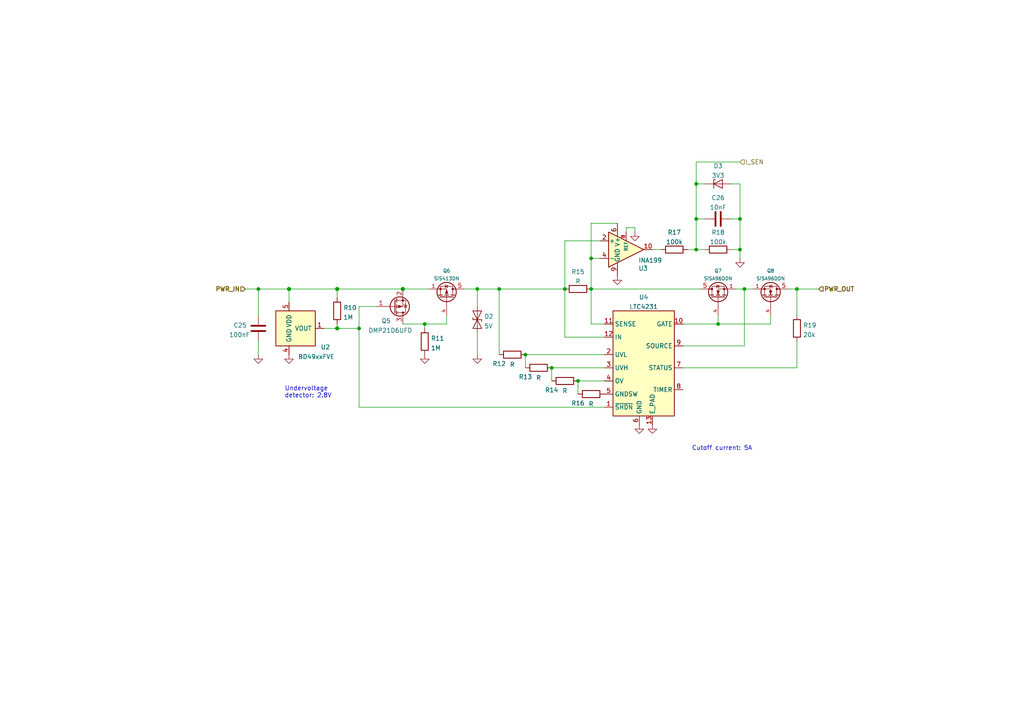
<source format=kicad_sch>
(kicad_sch (version 20210621) (generator eeschema)
  (paper "A4")
  (title_block (title "BUTCube - EPS") (date "2021-06-01") (rev "v1.0") (company "VUT - FIT(STRaDe) & FME(IAE & IPE)") (comment 1 "Author: Petr Malaník"))
  (lib_symbols
    (symbol "Device:C" (pin_numbers hide) (pin_names (offset 0.254))
      (property "Reference" "C" (at 0.635 2.54 0))
      (property "Value" "C" (at 0.635 -2.54 0))
      (symbol "C_0_1"
        (polyline (pts (xy -2.032 -0.762) (xy 2.032 -0.762)) (stroke (width 0.508)))
        (polyline (pts (xy -2.032 0.762) (xy 2.032 0.762)) (stroke (width 0.508)))
      )
      (symbol "C_1_1"
        (pin passive line (at 0 3.81 270) (length 2.794) (name "~") (number "1"))
        (pin passive line (at 0 -3.81 90) (length 2.794) (name "~") (number "2"))
      )
    )
    (symbol "Device:D_TVS" (pin_numbers hide) (pin_names (offset 1.016) hide)
      (property "Reference" "D" (at 0 2.54 0))
      (property "Value" "D_TVS" (at 0 -2.54 0))
      (symbol "D_TVS_0_1"
        (polyline (pts (xy 1.27 0) (xy -1.27 0)))
        (polyline (pts (xy -2.54 -1.27) (xy 0 0) (xy -2.54 1.27) (xy -2.54 -1.27)) (stroke (width 0.2032)))
        (polyline (pts (xy 0.508 1.27) (xy 0 1.27) (xy 0 -1.27) (xy -0.508 -1.27)) (stroke (width 0.2032)))
        (polyline (pts (xy 2.54 1.27) (xy 2.54 -1.27) (xy 0 0) (xy 2.54 1.27)) (stroke (width 0.2032)))
      )
      (symbol "D_TVS_1_1"
        (pin passive line (at -3.81 0 0) (length 2.54) (name "A1") (number "1"))
        (pin passive line (at 3.81 0 180) (length 2.54) (name "A2") (number "2"))
      )
    )
    (symbol "Device:D_Zener" (pin_numbers hide) (pin_names (offset 1.016) hide)
      (property "Reference" "D" (at 0 2.54 0))
      (property "Value" "D_Zener" (at 0 -2.54 0))
      (symbol "D_Zener_0_1"
        (polyline (pts (xy 1.27 0) (xy -1.27 0)))
        (polyline (pts (xy -1.27 -1.27) (xy -1.27 1.27) (xy -0.762 1.27)) (stroke (width 0.2032)))
        (polyline (pts (xy 1.27 -1.27) (xy 1.27 1.27) (xy -1.27 0) (xy 1.27 -1.27)) (stroke (width 0.2032)))
      )
      (symbol "D_Zener_1_1"
        (pin passive line (at -3.81 0 0) (length 2.54) (name "K") (number "1"))
        (pin passive line (at 3.81 0 180) (length 2.54) (name "A") (number "2"))
      )
    )
    (symbol "Device:R" (pin_numbers hide) (pin_names (offset 0))
      (property "Reference" "R" (at 2.032 0 90))
      (property "Value" "R" (at 0 0 90))
      (symbol "R_0_1"
        (rectangle (start -1.016 -2.54) (end 1.016 2.54) (stroke (width 0.254)))
      )
      (symbol "R_1_1"
        (pin passive line (at 0 3.81 270) (length 1.27) (name "~") (number "1"))
        (pin passive line (at 0 -3.81 90) (length 1.27) (name "~") (number "2"))
      )
    )
    (symbol "Power_Management:BD49xxFVE" (pin_names (offset 1.016))
      (property "Reference" "U" (at -3.81 6.35 0))
      (property "Value" "BD49xxFVE" (at -5.08 0 90))
      (symbol "BD49xxFVE_1_1"
        (rectangle (start -3.81 5.08) (end 7.62 -5.08) (stroke (width 0.254)) (fill (type background)))
        (pin output line (at 10.16 0 180) (length 2.54) (name "VOUT") (number "1"))
        (pin passive line (at 0 -7.62 90) (length 2.54) hide (name "GND") (number "2"))
        (pin power_in line (at 0 -7.62 90) (length 2.54) (name "GND") (number "4"))
        (pin power_in line (at 0 7.62 270) (length 2.54) (name "VDD") (number "5"))
      )
    )
    (symbol "TCY_power_management:INA199" (pin_names (offset 0.127))
      (property "Reference" "U" (at 3.81 3.81 0))
      (property "Value" "INA199" (at 3.81 -3.81 0))
      (symbol "INA199_0_1"
        (polyline (pts (xy 5.08 0) (xy -5.08 5.08) (xy -5.08 -5.08) (xy 5.08 0)) (stroke (width 0.254)) (fill (type background)))
      )
      (symbol "INA199_1_1"
        (pin output line (at 7.62 0 180) (length 2.54) (name "~") (number "10"))
        (pin input line (at -7.62 2.54 0) (length 2.54) (name "+") (number "2"))
        (pin input line (at -7.62 2.54 0) (length 2.54) hide (name "+") (number "3"))
        (pin input line (at -7.62 -2.54 0) (length 2.54) (name "-") (number "4"))
        (pin input line (at -7.62 -2.54 0) (length 2.54) hide (name "-") (number "5"))
        (pin power_in line (at -2.54 7.62 270) (length 3.81) (name "V+") (number "6"))
        (pin input line (at 0 5.08 270) (length 2.54) (name "REF") (number "8"))
        (pin power_in line (at -2.54 -7.62 90) (length 3.81) (name "GND") (number "9"))
      )
    )
    (symbol "TCY_power_management:LTC4231"
      (property "Reference" "U" (at 0 11.43 0))
      (property "Value" "LTC4231" (at 0 -5.08 0))
      (symbol "LTC4231_0_1"
        (rectangle (start -8.89 15.24) (end 8.89 -15.24) (stroke (width 0.254)) (fill (type background)))
      )
      (symbol "LTC4231_1_1"
        (pin input line (at -11.43 -12.7 0) (length 2.54) (name "~{SHDN}") (number "1"))
        (pin output line (at 11.43 11.43 180) (length 2.54) (name "GATE") (number "10"))
        (pin input line (at -11.43 11.43 0) (length 2.54) (name "SENSE") (number "11"))
        (pin power_in line (at -11.43 7.62 0) (length 2.54) (name "IN") (number "12"))
        (pin passive line (at 2.54 -17.78 90) (length 2.54) (name "E_PAD") (number "13"))
        (pin input line (at -11.43 2.54 0) (length 2.54) (name "UVL") (number "2"))
        (pin input line (at -11.43 -1.27 0) (length 2.54) (name "UVH") (number "3"))
        (pin input line (at -11.43 -5.08 0) (length 2.54) (name "OV") (number "4"))
        (pin passive line (at -11.43 -8.89 0) (length 2.54) (name "GNDSW") (number "5"))
        (pin passive line (at -1.27 -17.78 90) (length 2.54) (name "GND") (number "6"))
        (pin output line (at 11.43 -1.27 180) (length 2.54) (name "STATUS") (number "7"))
        (pin passive line (at 11.43 -7.62 180) (length 2.54) (name "TIMER") (number "8"))
        (pin input line (at 11.43 5.08 180) (length 2.54) (name "SOURCE") (number "9"))
      )
    )
    (symbol "TCY_transistors:DMP21D6UFD" (pin_names (offset 0) hide)
      (property "Reference" "Q" (at 5.08 1.27 0))
      (property "Value" "DMP21D6UFD" (at -2.54 -15.24 0))
      (symbol "DMP21D6UFD_0_1"
        (circle (center 1.651 0) (radius 2.794) (stroke (width 0.254)))
        (circle (center 2.54 -1.778) (radius 0.254) (fill (type outline)))
        (circle (center 2.54 1.778) (radius 0.254) (fill (type outline)))
        (polyline (pts (xy 0.254 0) (xy -2.54 0)))
        (polyline (pts (xy 0.254 1.905) (xy 0.254 -1.905)) (stroke (width 0.254)))
        (polyline (pts (xy 0.762 -1.27) (xy 0.762 -2.286)) (stroke (width 0.254)))
        (polyline (pts (xy 0.762 0.508) (xy 0.762 -0.508)) (stroke (width 0.254)))
        (polyline (pts (xy 0.762 2.286) (xy 0.762 1.27)) (stroke (width 0.254)))
        (polyline (pts (xy 2.54 2.54) (xy 2.54 1.778)))
        (polyline (pts (xy 2.54 -2.54) (xy 2.54 0) (xy 0.762 0)))
        (polyline (pts (xy 0.762 1.778) (xy 3.302 1.778) (xy 3.302 -1.778) (xy 0.762 -1.778)))
        (polyline (pts (xy 2.794 -0.508) (xy 2.921 -0.381) (xy 3.683 -0.381) (xy 3.81 -0.254)))
        (polyline (pts (xy 3.302 -0.381) (xy 2.921 0.254) (xy 3.683 0.254) (xy 3.302 -0.381)))
        (polyline (pts (xy 2.286 0) (xy 1.27 0.381) (xy 1.27 -0.381) (xy 2.286 0)) (fill (type outline)))
      )
      (symbol "DMP21D6UFD_1_1"
        (pin input line (at -5.08 0 0) (length 2.54) (name "G") (number "1"))
        (pin passive line (at 2.54 -5.08 90) (length 2.54) (name "S") (number "2"))
        (pin passive line (at 2.54 5.08 270) (length 2.54) (name "D") (number "3"))
      )
    )
    (symbol "TCY_transistors:SiS413DN" (pin_names hide)
      (property "Reference" "Q" (at 8.89 2.54 0))
      (property "Value" "SiS413DN" (at 8.89 0 0))
      (symbol "SiS413DN_0_1"
        (circle (center -0.889 0) (radius 2.794) (stroke (width 0.254)))
        (circle (center 0 -1.778) (radius 0.254) (fill (type outline)))
        (circle (center 0 1.778) (radius 0.254) (fill (type outline)))
        (polyline (pts (xy -2.286 0) (xy -5.08 0)))
        (polyline (pts (xy -2.286 1.905) (xy -2.286 -1.905)) (stroke (width 0.254)))
        (polyline (pts (xy -1.778 -1.27) (xy -1.778 -2.286)) (stroke (width 0.254)))
        (polyline (pts (xy -1.778 0.508) (xy -1.778 -0.508)) (stroke (width 0.254)))
        (polyline (pts (xy -1.778 2.286) (xy -1.778 1.27)) (stroke (width 0.254)))
        (polyline (pts (xy 0 2.54) (xy 0 1.778)))
        (polyline (pts (xy 0 -2.54) (xy 0 0) (xy -1.778 0)))
        (polyline (pts (xy -1.778 1.778) (xy 0.762 1.778) (xy 0.762 -1.778) (xy -1.778 -1.778)))
        (polyline (pts (xy 0.254 -0.508) (xy 0.381 -0.381) (xy 1.143 -0.381) (xy 1.27 -0.254)))
        (polyline (pts (xy 0.762 -0.381) (xy 0.381 0.254) (xy 1.143 0.254) (xy 0.762 -0.381)))
        (polyline (pts (xy -0.254 0) (xy -1.27 0.381) (xy -1.27 -0.381) (xy -0.254 0)) (fill (type outline)))
      )
      (symbol "SiS413DN_1_1"
        (pin passive line (at 0 -5.08 90) (length 2.54) (name "S") (number "1"))
        (pin passive line (at 0 -5.08 90) (length 2.54) hide (name "S") (number "2"))
        (pin passive line (at 0 -5.08 90) (length 2.54) hide (name "S") (number "3"))
        (pin passive line (at -7.62 0 0) (length 2.54) (name "G") (number "4"))
        (pin passive line (at 0 5.08 270) (length 2.54) (name "D") (number "5"))
        (pin passive line (at 0 5.08 270) (length 2.54) hide (name "D") (number "6"))
        (pin passive line (at 0 5.08 270) (length 2.54) hide (name "D") (number "7"))
        (pin passive line (at 0 5.08 270) (length 2.54) hide (name "D") (number "8"))
        (pin passive line (at 0 5.08 270) (length 2.54) hide (name "D") (number "9"))
      )
    )
    (symbol "TCY_transistors:SiSA96DDN" (pin_names hide)
      (property "Reference" "Q" (at 7.62 1.27 0))
      (property "Value" "SiSA96DDN" (at 7.62 -1.27 0))
      (symbol "SiSA96DDN_0_1"
        (circle (center 1.651 0) (radius 2.794) (stroke (width 0.254)))
        (circle (center 2.54 -1.778) (radius 0.254) (fill (type outline)))
        (circle (center 2.54 1.778) (radius 0.254) (fill (type outline)))
        (polyline (pts (xy 0.254 0) (xy -2.54 0)))
        (polyline (pts (xy 0.254 1.905) (xy 0.254 -1.905)) (stroke (width 0.254)))
        (polyline (pts (xy 0.762 -1.27) (xy 0.762 -2.286)) (stroke (width 0.254)))
        (polyline (pts (xy 0.762 0.508) (xy 0.762 -0.508)) (stroke (width 0.254)))
        (polyline (pts (xy 0.762 2.286) (xy 0.762 1.27)) (stroke (width 0.254)))
        (polyline (pts (xy 2.54 2.54) (xy 2.54 1.778)))
        (polyline (pts (xy 2.54 2.54) (xy 2.54 1.778)))
        (polyline (pts (xy 2.54 -2.54) (xy 2.54 0) (xy 0.762 0)))
        (polyline (pts (xy 0.762 -1.778) (xy 3.302 -1.778) (xy 3.302 1.778) (xy 0.762 1.778)))
        (polyline (pts (xy 2.794 0.508) (xy 2.921 0.381) (xy 3.683 0.381) (xy 3.81 0.254)))
        (polyline (pts (xy 3.302 0.381) (xy 2.921 -0.254) (xy 3.683 -0.254) (xy 3.302 0.381)))
        (polyline (pts (xy 1.016 0) (xy 2.032 0.381) (xy 2.032 -0.381) (xy 1.016 0)) (fill (type outline)))
      )
      (symbol "SiSA96DDN_1_1"
        (pin passive line (at 2.54 -5.08 90) (length 2.54) (name "S") (number "1"))
        (pin passive line (at 2.54 -5.08 90) (length 2.54) hide (name "S") (number "2"))
        (pin passive line (at 2.54 -5.08 90) (length 2.54) hide (name "S") (number "3"))
        (pin passive line (at -5.08 0 0) (length 2.54) (name "G") (number "4"))
        (pin passive line (at 2.54 5.08 270) (length 2.54) (name "D") (number "5"))
        (pin passive line (at 2.54 5.08 270) (length 2.54) hide (name "D") (number "6"))
        (pin passive line (at 2.54 5.08 270) (length 2.54) hide (name "D") (number "7"))
        (pin passive line (at 2.54 5.08 270) (length 2.54) hide (name "D") (number "8"))
        (pin passive line (at 2.54 5.08 270) (length 2.54) hide (name "D") (number "9"))
      )
    )
    (symbol "power:GND" (power) (pin_names (offset 0))
      (property "Value" "GND" (at 0 -3.81 0))
      (symbol "GND_0_1"
        (polyline (pts (xy 0 0) (xy 0 -1.27) (xy 1.27 -1.27) (xy 0 -2.54) (xy -1.27 -1.27) (xy 0 -1.27)))
      )
      (symbol "GND_1_1"
        (pin power_in line (at 0 0 270) (length 0) hide (name "GND") (number "1"))
      )
    )
  )
  (junction (at 74.93 83.82) (diameter 0.9144))
  (junction (at 83.82 83.82) (diameter 1.016))
  (junction (at 97.79 83.82) (diameter 1.016))
  (junction (at 97.79 95.25) (diameter 1.016))
  (junction (at 104.14 95.25) (diameter 0.9144))
  (junction (at 116.84 83.82) (diameter 1.016))
  (junction (at 123.19 93.98) (diameter 0.9144))
  (junction (at 138.43 83.82) (diameter 0.9144))
  (junction (at 144.78 83.82) (diameter 0.9144))
  (junction (at 152.4 102.87) (diameter 0.9144))
  (junction (at 160.02 106.68) (diameter 0.9144))
  (junction (at 163.83 83.82) (diameter 0.9144))
  (junction (at 167.64 110.49) (diameter 0.9144))
  (junction (at 171.45 74.93) (diameter 0.9144))
  (junction (at 171.45 83.82) (diameter 0.9144))
  (junction (at 201.93 53.34) (diameter 0.9144))
  (junction (at 201.93 63.5) (diameter 0.9144))
  (junction (at 201.93 72.39) (diameter 0.9144))
  (junction (at 208.28 93.98) (diameter 0.9144))
  (junction (at 214.63 63.5) (diameter 0.9144))
  (junction (at 214.63 72.39) (diameter 0.9144))
  (junction (at 215.9 83.82) (diameter 0.9144))
  (junction (at 231.14 83.82) (diameter 0.9144))
  (wire (pts (xy 71.12 83.82) (xy 74.93 83.82)))
  (wire (pts (xy 74.93 83.82) (xy 74.93 91.44)))
  (wire (pts (xy 74.93 83.82) (xy 83.82 83.82)))
  (wire (pts (xy 74.93 99.06) (xy 74.93 102.87)))
  (wire (pts (xy 83.82 83.82) (xy 97.79 83.82)))
  (wire (pts (xy 83.82 87.63) (xy 83.82 83.82)))
  (wire (pts (xy 97.79 83.82) (xy 97.79 86.36)))
  (wire (pts (xy 97.79 83.82) (xy 116.84 83.82)))
  (wire (pts (xy 97.79 93.98) (xy 97.79 95.25)))
  (wire (pts (xy 97.79 95.25) (xy 93.98 95.25)))
  (wire (pts (xy 104.14 88.9) (xy 104.14 95.25)))
  (wire (pts (xy 104.14 88.9) (xy 109.22 88.9)))
  (wire (pts (xy 104.14 95.25) (xy 97.79 95.25)))
  (wire (pts (xy 104.14 118.11) (xy 104.14 95.25)))
  (wire (pts (xy 116.84 83.82) (xy 124.46 83.82)))
  (wire (pts (xy 116.84 93.98) (xy 123.19 93.98)))
  (wire (pts (xy 123.19 93.98) (xy 123.19 95.25)))
  (wire (pts (xy 123.19 93.98) (xy 129.54 93.98)))
  (wire (pts (xy 129.54 91.44) (xy 129.54 93.98)))
  (wire (pts (xy 134.62 83.82) (xy 138.43 83.82)))
  (wire (pts (xy 138.43 83.82) (xy 138.43 88.9)))
  (wire (pts (xy 138.43 83.82) (xy 144.78 83.82)))
  (wire (pts (xy 138.43 96.52) (xy 138.43 102.87)))
  (wire (pts (xy 144.78 83.82) (xy 163.83 83.82)))
  (wire (pts (xy 144.78 102.87) (xy 144.78 83.82)))
  (wire (pts (xy 152.4 102.87) (xy 152.4 106.68)))
  (wire (pts (xy 152.4 102.87) (xy 175.26 102.87)))
  (wire (pts (xy 160.02 106.68) (xy 160.02 110.49)))
  (wire (pts (xy 160.02 106.68) (xy 175.26 106.68)))
  (wire (pts (xy 163.83 69.85) (xy 163.83 83.82)))
  (wire (pts (xy 163.83 97.79) (xy 163.83 83.82)))
  (wire (pts (xy 167.64 110.49) (xy 167.64 114.3)))
  (wire (pts (xy 167.64 110.49) (xy 175.26 110.49)))
  (wire (pts (xy 171.45 64.77) (xy 171.45 74.93)))
  (wire (pts (xy 171.45 64.77) (xy 179.07 64.77)))
  (wire (pts (xy 171.45 74.93) (xy 171.45 83.82)))
  (wire (pts (xy 171.45 83.82) (xy 203.2 83.82)))
  (wire (pts (xy 171.45 93.98) (xy 171.45 83.82)))
  (wire (pts (xy 173.99 69.85) (xy 163.83 69.85)))
  (wire (pts (xy 173.99 74.93) (xy 171.45 74.93)))
  (wire (pts (xy 175.26 93.98) (xy 171.45 93.98)))
  (wire (pts (xy 175.26 97.79) (xy 163.83 97.79)))
  (wire (pts (xy 175.26 118.11) (xy 104.14 118.11)))
  (wire (pts (xy 181.61 66.04) (xy 184.15 66.04)))
  (wire (pts (xy 181.61 67.31) (xy 181.61 66.04)))
  (wire (pts (xy 184.15 66.04) (xy 184.15 67.31)))
  (wire (pts (xy 189.23 72.39) (xy 191.77 72.39)))
  (wire (pts (xy 198.12 93.98) (xy 208.28 93.98)))
  (wire (pts (xy 198.12 100.33) (xy 215.9 100.33)))
  (wire (pts (xy 198.12 106.68) (xy 231.14 106.68)))
  (wire (pts (xy 199.39 72.39) (xy 201.93 72.39)))
  (wire (pts (xy 201.93 46.99) (xy 201.93 53.34)))
  (wire (pts (xy 201.93 46.99) (xy 214.63 46.99)))
  (wire (pts (xy 201.93 53.34) (xy 201.93 63.5)))
  (wire (pts (xy 201.93 63.5) (xy 201.93 72.39)))
  (wire (pts (xy 201.93 72.39) (xy 204.47 72.39)))
  (wire (pts (xy 204.47 53.34) (xy 201.93 53.34)))
  (wire (pts (xy 204.47 63.5) (xy 201.93 63.5)))
  (wire (pts (xy 208.28 91.44) (xy 208.28 93.98)))
  (wire (pts (xy 208.28 93.98) (xy 223.52 93.98)))
  (wire (pts (xy 212.09 53.34) (xy 214.63 53.34)))
  (wire (pts (xy 212.09 63.5) (xy 214.63 63.5)))
  (wire (pts (xy 212.09 72.39) (xy 214.63 72.39)))
  (wire (pts (xy 213.36 83.82) (xy 215.9 83.82)))
  (wire (pts (xy 214.63 53.34) (xy 214.63 63.5)))
  (wire (pts (xy 214.63 63.5) (xy 214.63 72.39)))
  (wire (pts (xy 214.63 72.39) (xy 214.63 74.93)))
  (wire (pts (xy 215.9 83.82) (xy 218.44 83.82)))
  (wire (pts (xy 215.9 100.33) (xy 215.9 83.82)))
  (wire (pts (xy 223.52 91.44) (xy 223.52 93.98)))
  (wire (pts (xy 231.14 83.82) (xy 228.6 83.82)))
  (wire (pts (xy 231.14 83.82) (xy 237.49 83.82)))
  (wire (pts (xy 231.14 91.44) (xy 231.14 83.82)))
  (wire (pts (xy 231.14 99.06) (xy 231.14 106.68)))
  (text "Undervoltage\ndetector: 2.8V" (at 82.55 115.57 0) (effects (font (size 1.27 1.27)) (justify left bottom)))
  (text "Cutoff current: 5A" (at 200.66 130.81 0) (effects (font (size 1.27 1.27)) (justify left bottom)))
  (hierarchical_label "PWR_IN" (shape input) (at 71.12 83.82 180) (effects (font (thickness 0.254))))
  (hierarchical_label "I_SEN" (shape input) (at 214.63 46.99 0))
  (hierarchical_label "PWR_OUT" (shape input) (at 237.49 83.82 0) (effects (font (thickness 0.254))))
  (symbol (lib_id "power:GND") (at 74.93 102.87 0)
    (property "Reference" "#PWR045" (effects hide))
    (property "Value" "GND" (effects hide))
  )
  (symbol (lib_id "power:GND") (at 83.82 102.87 0)
    (property "Reference" "#PWR046" (effects hide))
    (property "Value" "GND" (effects hide))
  )
  (symbol (lib_id "power:GND") (at 123.19 102.87 0)
    (property "Reference" "#PWR047" (effects hide))
    (property "Value" "GND" (effects hide))
  )
  (symbol (lib_id "power:GND") (at 138.43 102.87 0)
    (property "Reference" "#PWR048" (effects hide))
    (property "Value" "GND" (effects hide))
  )
  (symbol (lib_id "power:GND") (at 179.07 80.01 0)
    (property "Reference" "#PWR049" (effects hide))
    (property "Value" "GND" (effects hide))
  )
  (symbol (lib_id "power:GND") (at 184.15 67.31 0)
    (property "Reference" "#PWR050" (effects hide))
    (property "Value" "GND" (effects hide))
  )
  (symbol (lib_id "power:GND") (at 185.42 123.19 0)
    (property "Reference" "#PWR051" (effects hide))
    (property "Value" "GND" (effects hide))
  )
  (symbol (lib_id "power:GND") (at 189.23 123.19 0)
    (property "Reference" "#PWR052" (effects hide))
    (property "Value" "GND" (effects hide))
  )
  (symbol (lib_id "power:GND") (at 214.63 74.93 0)
    (property "Reference" "#PWR053" (effects hide))
    (property "Value" "GND" (effects hide))
  )
  (symbol (lib_id "Device:R") (at 97.79 90.17 0)
    (property "Reference" "R10" (at 99.5681 89.2615 0) (effects (justify left)))
    (property "Value" "1M" (at 99.5681 92.0366 0) (effects (justify left)))
  )
  (symbol (lib_id "Device:R") (at 123.19 99.06 0)
    (property "Reference" "R11" (at 124.9681 98.1515 0) (effects (justify left)))
    (property "Value" "1M" (at 124.9681 100.9266 0) (effects (justify left)))
  )
  (symbol (lib_id "Device:R") (at 148.59 102.87 90)
    (property "Reference" "R12" (at 144.78 105.5074 90))
    (property "Value" "R" (at 148.59 105.7425 90))
  )
  (symbol (lib_id "Device:R") (at 156.21 106.68 90)
    (property "Reference" "R13" (at 152.4 109.3174 90))
    (property "Value" "R" (at 156.21 109.5525 90))
  )
  (symbol (lib_id "Device:R") (at 163.83 110.49 90)
    (property "Reference" "R14" (at 160.02 113.1274 90))
    (property "Value" "R" (at 163.83 113.3625 90))
  )
  (symbol (lib_id "Device:R") (at 167.64 83.82 90)
    (property "Reference" "R15" (at 167.64 78.8374 90))
    (property "Value" "R" (at 167.64 81.6125 90))
  )
  (symbol (lib_id "Device:R") (at 171.45 114.3 90)
    (property "Reference" "R16" (at 167.64 116.9374 90))
    (property "Value" "R" (at 171.45 117.1725 90))
  )
  (symbol (lib_id "Device:R") (at 195.58 72.39 90)
    (property "Reference" "R17" (at 195.58 67.4074 90))
    (property "Value" "100k" (at 195.58 70.1825 90))
  )
  (symbol (lib_id "Device:R") (at 208.28 72.39 90)
    (property "Reference" "R18" (at 208.28 67.4074 90))
    (property "Value" "100k" (at 208.28 70.1825 90))
  )
  (symbol (lib_id "Device:R") (at 231.14 95.25 0)
    (property "Reference" "R19" (at 232.9181 94.3415 0) (effects (justify left)))
    (property "Value" "20k" (at 232.9181 97.1166 0) (effects (justify left)))
  )
  (symbol (lib_id "Device:D_TVS") (at 138.43 92.71 90)
    (property "Reference" "D2" (at 140.4367 91.8015 90) (effects (justify right)))
    (property "Value" "5V" (at 140.4367 94.5766 90) (effects (justify right)))
  )
  (symbol (lib_id "Device:D_Zener") (at 208.28 53.34 0)
    (property "Reference" "D3" (at 208.28 48.1288 0))
    (property "Value" "3V3" (at 208.28 50.9039 0))
  )
  (symbol (lib_id "Device:C") (at 74.93 95.25 0)
    (property "Reference" "C25" (at 67.6911 94.3415 0) (effects (justify left)))
    (property "Value" "100nF" (at 66.4211 97.1166 0) (effects (justify left)))
  )
  (symbol (lib_id "Device:C") (at 208.28 63.5 90)
    (property "Reference" "C26" (at 208.28 57.3744 90))
    (property "Value" "10nF" (at 208.28 60.1495 90))
  )
  (symbol (lib_id "TCY_transistors:DMP21D6UFD") (at 114.3 88.9 0) (mirror x)
    (property "Reference" "Q5" (at 110.6171 93.0715 0) (effects (justify left)))
    (property "Value" "DMP21D6UFD" (at 106.8071 95.8466 0) (effects (justify left)))
    (property "Footprint" "TCY_IC:DFN-3_1.2x1.2mm" (effects hide))
  )
  (symbol (lib_id "TCY_transistors:SiS413DN") (at 129.54 83.82 270) (mirror x)
    (property "Reference" "Q6" (at 129.54 78.5488 90) (effects (font (size 1 1))))
    (property "Value" "SiS413DN" (at 129.54 80.7878 90) (effects (font (size 1 1))))
    (property "Footprint" "Package_SO:Vishay_PowerPAK_1212-8_Single" (effects hide))
    (property "Datasheet" "https://www.vishay.com/docs/63262/sis413dn.pdf" (effects hide))
  )
  (symbol (lib_id "TCY_transistors:SiSA96DDN") (at 208.28 86.36 90)
    (property "Reference" "Q7" (at 208.28 78.5488 90) (effects (font (size 1 1))))
    (property "Value" "SiSA96DDN" (at 208.28 80.7878 90) (effects (font (size 1 1))))
    (property "Footprint" "Package_SO:Vishay_PowerPAK_1212-8_Single" (effects hide))
    (property "Datasheet" "https://www.vishay.com/docs/75285/sisa96dn.pdf" (effects hide))
  )
  (symbol (lib_id "TCY_transistors:SiSA96DDN") (at 223.52 86.36 270) (mirror x)
    (property "Reference" "Q8" (at 223.52 78.5488 90) (effects (font (size 1 1))))
    (property "Value" "SiSA96DDN" (at 223.52 80.7878 90) (effects (font (size 1 1))))
    (property "Footprint" "Package_SO:Vishay_PowerPAK_1212-8_Single" (effects hide))
    (property "Datasheet" "https://www.vishay.com/docs/75285/sisa96dn.pdf" (effects hide))
  )
  (symbol (lib_id "Power_Management:BD49xxFVE") (at 83.82 95.25 0)
    (property "Reference" "U2" (at 95.7579 100.6915 0) (effects (justify right)))
    (property "Value" "BD49xxFVE" (at 97.0279 103.4666 0) (effects (justify right)))
    (property "Footprint" "Package_TO_SOT_SMD:VSOF5" (effects hide))
    (property "Datasheet" "https://www.rohm.de/datasheet/BD4830FVE/bd48xxg-e" (effects hide))
  )
  (symbol (lib_id "TCY_power_management:INA199") (at 181.61 72.39 0)
    (property "Reference" "U3" (at 185.1661 77.8315 0) (effects (justify left)))
    (property "Value" "INA199" (at 185.1661 75.5266 0) (effects (justify left)))
    (property "Footprint" "Package_DFN_QFN:UQFN-10_1.4x1.8mm_P0.4mm" (effects hide))
    (property "Datasheet" "https://www.ti.com/lit/ds/symlink/ina199.pdf" (effects hide))
  )
  (symbol (lib_id "TCY_power_management:LTC4231") (at 186.69 105.41 0)
    (property "Reference" "U4" (at 186.69 86.2034 0))
    (property "Value" "LTC4231" (at 186.69 88.9785 0))
    (property "Footprint" "Package_DFN_QFN:QFN-12-1EP_3x3mm_P0.5mm_EP1.65x1.65mm_ThermalVias" (effects hide))
    (property "Datasheet" "https://www.analog.com/media/en/technical-documentation/data-sheets/LTC4231.pdf" (effects hide))
  )
)
</source>
